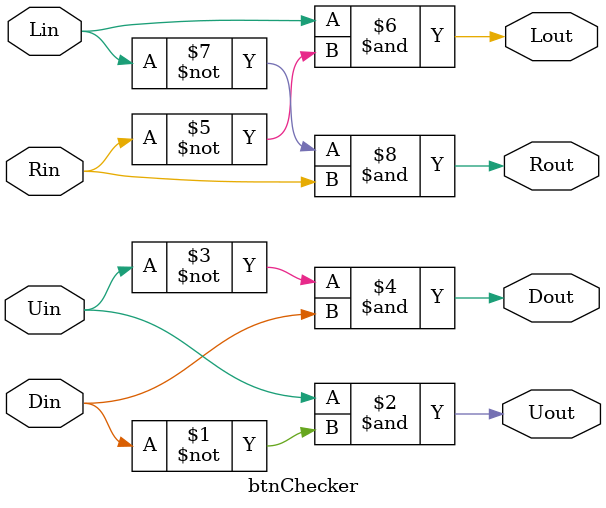
<source format=v>
`timescale 1ns / 1ps


module btnChecker(
    input Uin,
    input Din,
    input Lin,
    input Rin,
    output Uout,
    output Dout,
    output Lout,
    output Rout
    );
    
    assign Uout = Uin & ~Din;
    assign Dout = ~Uin & Din;
    assign Lout = Lin & ~Rin;
    assign Rout = ~Lin & Rin;
endmodule

</source>
